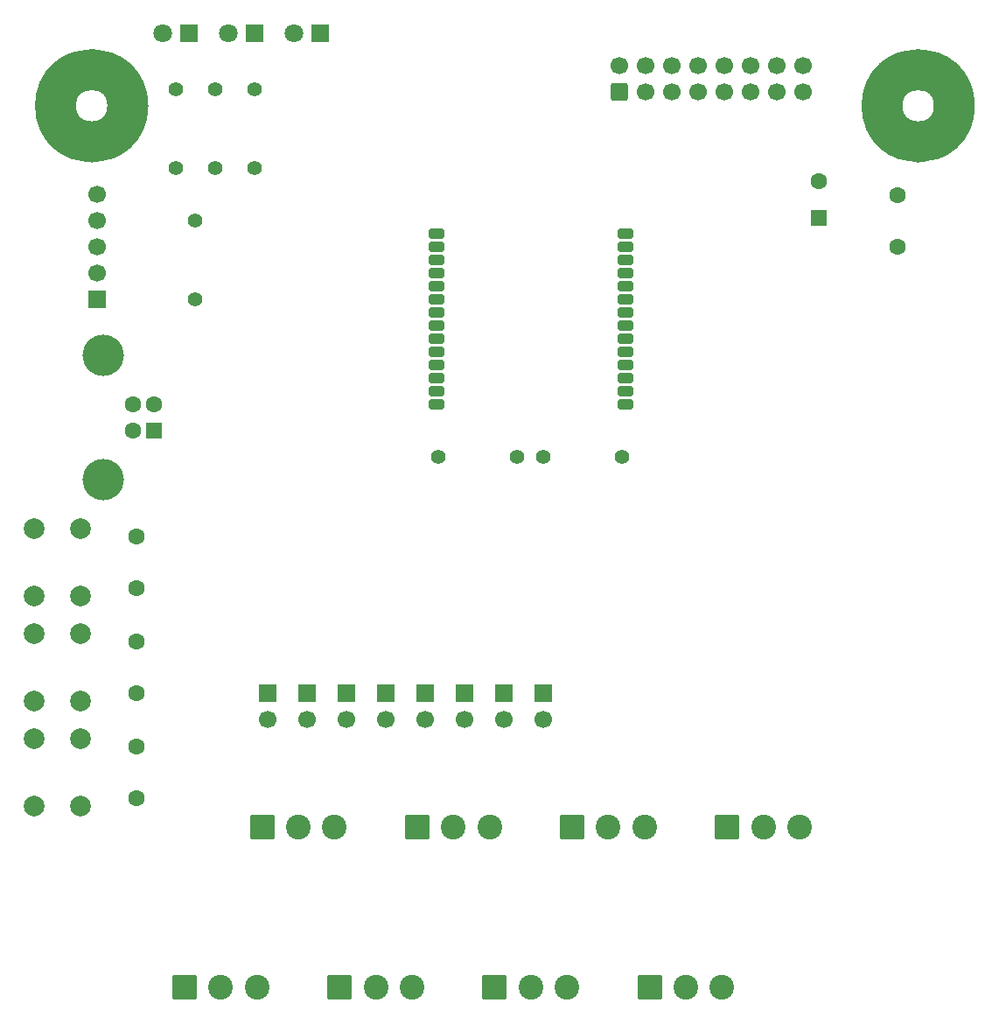
<source format=gbr>
%TF.GenerationSoftware,KiCad,Pcbnew,9.0.7*%
%TF.CreationDate,2026-02-03T14:27:30+01:00*%
%TF.ProjectId,lokho2-esp32c6,6c6f6b68-6f32-42d6-9573-70333263362e,rev?*%
%TF.SameCoordinates,Original*%
%TF.FileFunction,Soldermask,Top*%
%TF.FilePolarity,Negative*%
%FSLAX46Y46*%
G04 Gerber Fmt 4.6, Leading zero omitted, Abs format (unit mm)*
G04 Created by KiCad (PCBNEW 9.0.7) date 2026-02-03 14:27:30*
%MOMM*%
%LPD*%
G01*
G04 APERTURE LIST*
G04 Aperture macros list*
%AMRoundRect*
0 Rectangle with rounded corners*
0 $1 Rounding radius*
0 $2 $3 $4 $5 $6 $7 $8 $9 X,Y pos of 4 corners*
0 Add a 4 corners polygon primitive as box body*
4,1,4,$2,$3,$4,$5,$6,$7,$8,$9,$2,$3,0*
0 Add four circle primitives for the rounded corners*
1,1,$1+$1,$2,$3*
1,1,$1+$1,$4,$5*
1,1,$1+$1,$6,$7*
1,1,$1+$1,$8,$9*
0 Add four rect primitives between the rounded corners*
20,1,$1+$1,$2,$3,$4,$5,0*
20,1,$1+$1,$4,$5,$6,$7,0*
20,1,$1+$1,$6,$7,$8,$9,0*
20,1,$1+$1,$8,$9,$2,$3,0*%
G04 Aperture macros list end*
%ADD10C,4.000000*%
%ADD11R,1.700000X1.700000*%
%ADD12C,1.700000*%
%ADD13RoundRect,0.250000X0.600000X-0.600000X0.600000X0.600000X-0.600000X0.600000X-0.600000X-0.600000X0*%
%ADD14C,2.000000*%
%ADD15RoundRect,0.250001X-0.949999X-0.949999X0.949999X-0.949999X0.949999X0.949999X-0.949999X0.949999X0*%
%ADD16C,2.400000*%
%ADD17C,1.400000*%
%ADD18C,1.600000*%
%ADD19RoundRect,0.250000X-0.500000X-0.250000X0.500000X-0.250000X0.500000X0.250000X-0.500000X0.250000X0*%
%ADD20RoundRect,0.250000X0.500000X0.250000X-0.500000X0.250000X-0.500000X-0.250000X0.500000X-0.250000X0*%
%ADD21R,1.800000X1.800000*%
%ADD22C,1.800000*%
%ADD23R,1.600000X1.600000*%
%ADD24C,4.000000*%
%ADD25RoundRect,0.250000X0.550000X-0.550000X0.550000X0.550000X-0.550000X0.550000X-0.550000X-0.550000X0*%
G04 APERTURE END LIST*
D10*
X193500000Y-60000000D02*
G75*
G02*
X186500000Y-60000000I-3500000J0D01*
G01*
X186500000Y-60000000D02*
G75*
G02*
X193500000Y-60000000I3500000J0D01*
G01*
X113500000Y-60000000D02*
G75*
G02*
X106500000Y-60000000I-3500000J0D01*
G01*
X106500000Y-60000000D02*
G75*
G02*
X113500000Y-60000000I3500000J0D01*
G01*
D11*
%TO.C,J7*%
X138430000Y-116840000D03*
D12*
X138430000Y-119380000D03*
%TD*%
D11*
%TO.C,J6*%
X134620000Y-116840000D03*
D12*
X134620000Y-119380000D03*
%TD*%
D13*
%TO.C,SPI1*%
X161110000Y-58697500D03*
D12*
X161110000Y-56157500D03*
X163650000Y-58697500D03*
X163650000Y-56157500D03*
X166190000Y-58697500D03*
X166190000Y-56157500D03*
X168730000Y-58697500D03*
X168730000Y-56157500D03*
X171270000Y-58697500D03*
X171270000Y-56157500D03*
X173810000Y-58697500D03*
X173810000Y-56157500D03*
X176350000Y-58697500D03*
X176350000Y-56157500D03*
X178890000Y-58697500D03*
X178890000Y-56157500D03*
%TD*%
D14*
%TO.C,SW2*%
X104430000Y-117550000D03*
X104430000Y-111050000D03*
X108930000Y-117550000D03*
X108930000Y-111050000D03*
%TD*%
D15*
%TO.C,J16*%
X149000000Y-145267500D03*
D16*
X152500000Y-145267500D03*
X156000000Y-145267500D03*
%TD*%
D17*
%TO.C,R4*%
X153670000Y-93980000D03*
X161290000Y-93980000D03*
%TD*%
D11*
%TO.C,J9*%
X146050000Y-116840000D03*
D12*
X146050000Y-119380000D03*
%TD*%
D18*
%TO.C,C7*%
X187960000Y-73620000D03*
X187960000Y-68620000D03*
%TD*%
D19*
%TO.C,U2*%
X143400000Y-72400000D03*
X143400000Y-73670000D03*
X143400000Y-74935000D03*
X143400000Y-76205000D03*
X143400000Y-77475000D03*
X143400000Y-78745000D03*
X143400000Y-80015000D03*
X143400000Y-81285000D03*
X143400000Y-82555000D03*
X143400000Y-83825000D03*
X143400000Y-85095000D03*
X143400000Y-86365000D03*
X143400000Y-87635000D03*
X143400000Y-88905000D03*
D20*
X161680000Y-88905000D03*
X161680000Y-87635000D03*
X161680000Y-86370000D03*
X161680000Y-85100000D03*
X161680000Y-83830000D03*
X161680000Y-82560000D03*
X161680000Y-81290000D03*
X161680000Y-80020000D03*
X161680000Y-78750000D03*
X161680000Y-77480000D03*
X161680000Y-76210000D03*
X161680000Y-74940000D03*
X161680000Y-73670000D03*
X161680000Y-72400000D03*
%TD*%
D17*
%TO.C,R5*%
X120015000Y-78740000D03*
X120015000Y-71120000D03*
%TD*%
D21*
%TO.C,D1*%
X119380000Y-53000000D03*
D22*
X116840000Y-53000000D03*
%TD*%
D18*
%TO.C,C3*%
X114300000Y-126960000D03*
X114300000Y-121960000D03*
%TD*%
D21*
%TO.C,D3*%
X132080000Y-53000000D03*
D22*
X129540000Y-53000000D03*
%TD*%
D17*
%TO.C,R1*%
X118110000Y-66040000D03*
X118110000Y-58420000D03*
%TD*%
D15*
%TO.C,J12*%
X119000000Y-145267500D03*
D16*
X122500000Y-145267500D03*
X126000000Y-145267500D03*
%TD*%
D14*
%TO.C,SW1*%
X104430000Y-107390000D03*
X104430000Y-100890000D03*
X108930000Y-107390000D03*
X108930000Y-100890000D03*
%TD*%
D18*
%TO.C,C2*%
X114300000Y-116800000D03*
X114300000Y-111800000D03*
%TD*%
D23*
%TO.C,J3*%
X116007500Y-91420000D03*
D18*
X116007500Y-88920000D03*
X114007500Y-88920000D03*
X114007500Y-91420000D03*
D24*
X111147500Y-96170000D03*
X111147500Y-84170000D03*
%TD*%
D17*
%TO.C,R6*%
X125730000Y-66040000D03*
X125730000Y-58420000D03*
%TD*%
D11*
%TO.C,J1*%
X110490000Y-78740000D03*
D12*
X110490000Y-76200000D03*
X110490000Y-73660000D03*
X110490000Y-71120000D03*
X110490000Y-68580000D03*
%TD*%
D15*
%TO.C,J14*%
X134000000Y-145267500D03*
D16*
X137500000Y-145267500D03*
X141000000Y-145267500D03*
%TD*%
D25*
%TO.C,C6*%
X180340000Y-70810000D03*
D18*
X180340000Y-67310000D03*
%TD*%
D15*
%TO.C,J13*%
X126500000Y-129767500D03*
D16*
X130000000Y-129767500D03*
X133500000Y-129767500D03*
%TD*%
D15*
%TO.C,J19*%
X171500000Y-129767500D03*
D16*
X175000000Y-129767500D03*
X178500000Y-129767500D03*
%TD*%
D11*
%TO.C,J10*%
X149860000Y-116840000D03*
D12*
X149860000Y-119380000D03*
%TD*%
D11*
%TO.C,J11*%
X153670000Y-116840000D03*
D12*
X153670000Y-119380000D03*
%TD*%
D15*
%TO.C,J15*%
X141500000Y-129767500D03*
D16*
X145000000Y-129767500D03*
X148500000Y-129767500D03*
%TD*%
D14*
%TO.C,SW3*%
X104430000Y-127710000D03*
X104430000Y-121210000D03*
X108930000Y-127710000D03*
X108930000Y-121210000D03*
%TD*%
D11*
%TO.C,J4*%
X127000000Y-116840000D03*
D12*
X127000000Y-119380000D03*
%TD*%
D18*
%TO.C,C1*%
X114300000Y-106640000D03*
X114300000Y-101640000D03*
%TD*%
D17*
%TO.C,R3*%
X143510000Y-93980000D03*
X151130000Y-93980000D03*
%TD*%
D11*
%TO.C,J8*%
X142240000Y-116840000D03*
D12*
X142240000Y-119380000D03*
%TD*%
D11*
%TO.C,J5*%
X130810000Y-116840000D03*
D12*
X130810000Y-119380000D03*
%TD*%
D21*
%TO.C,D2*%
X125730000Y-53000000D03*
D22*
X123190000Y-53000000D03*
%TD*%
D15*
%TO.C,J17*%
X156500000Y-129767500D03*
D16*
X160000000Y-129767500D03*
X163500000Y-129767500D03*
%TD*%
D17*
%TO.C,R2*%
X121920000Y-66040000D03*
X121920000Y-58420000D03*
%TD*%
D15*
%TO.C,J18*%
X164000000Y-145267500D03*
D16*
X167500000Y-145267500D03*
X171000000Y-145267500D03*
%TD*%
M02*

</source>
